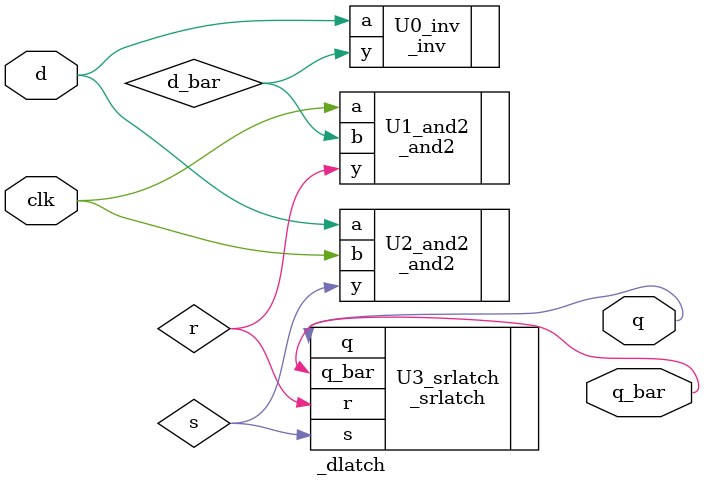
<source format=v>
module _dlatch(clk, d, q, q_bar);		// D latch
	input clk, d;					// 2 inputs clk, d
	output q, q_bar;				// 2 outputs q, q_bar
	wire	d_bar, r, s;			// use 3 wires
	
	_inv U0_inv(.a(d), .y(d_bar));					// instance by using Inverter Gate, 2 AND Gates and srlatch
	_and2 U1_and2(.a(clk), .b(d_bar), .y(r));	
	_and2 U2_and2(.a(d),   .b(clk),   .y(s));
	_srlatch U3_srlatch(.r(r), .s(s), .q(q), .q_bar(q_bar));
	
endmodule

</source>
